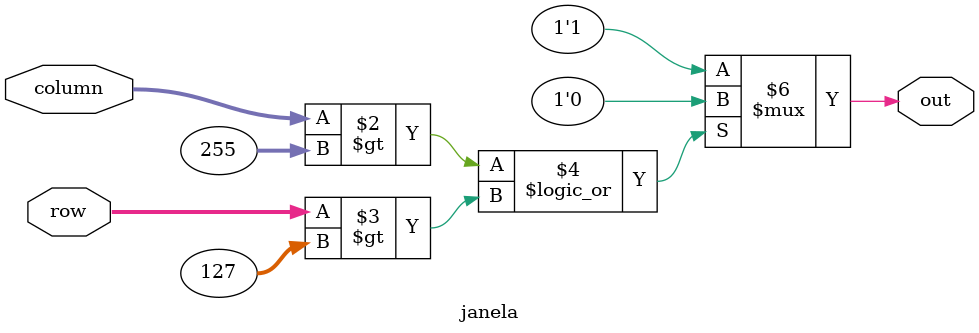
<source format=v>
module janela(column, row, out);
    input [9:0] column;
    input [9:0] row;
    output reg out;

    always @(column or row) begin
        if (column > 'd255 || row > 'd127) 
            out = 0;
        
        else 
            out = 1;
        
    end

endmodule
</source>
